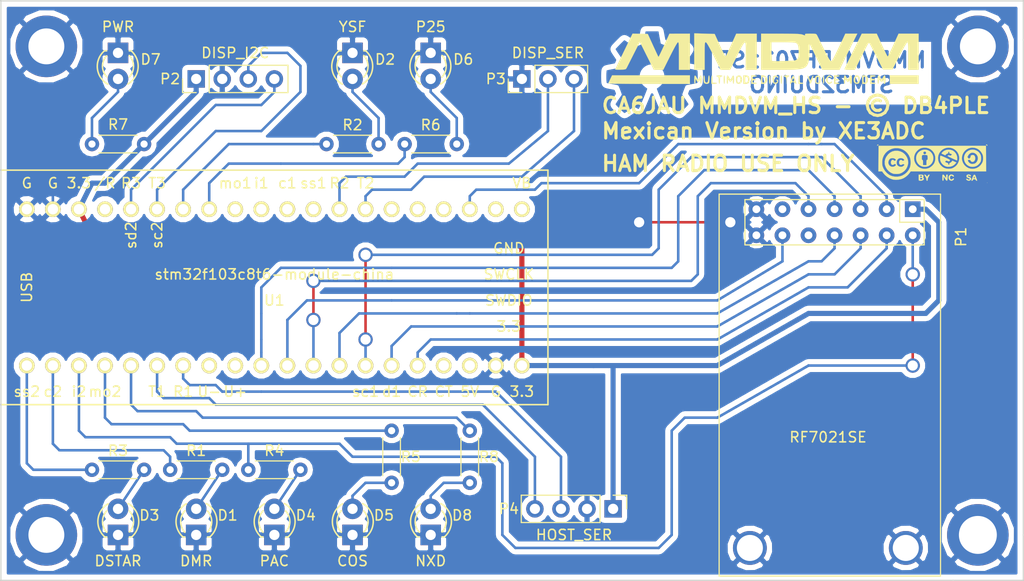
<source format=kicad_pcb>
(kicad_pcb (version 4) (host pcbnew 4.0.7)
  (layers (0 F.Cu signal) (31 B.Cu signal) (34 B.Paste user) (35 F.Paste user) (36 B.SilkS user) (37 F.SilkS user) (38 B.Mask user) (39 F.Mask user) (44 Edge.Cuts user))
  (net 0 "")
  (net 1 GND)
  (net 2 SLE)
  (net 3 CE)
  (net 4 SREAD)
  (net 5 SDATA)
  (net 6 SCLK)
  (net 7 DATAOUT)
  (net 8 DATAIN)
  (net 9 CLKOUT)
  (net 10 PAC)
  (net 11 LEDDSTAR)
  (net 12 LEDDMR)
  (net 13 LED_COS)
  (net 14 LEDP25)
  (net 15 LEDYSF)
  (net 16 "Net-(D1-Pad2)")
  (net 17 "Net-(D2-Pad2)")
  (net 18 "Net-(D3-Pad2)")
  (net 19 "Net-(D4-Pad2)")
  (net 20 "Net-(D5-Pad2)")
  (net 21 "Net-(D6-Pad2)")
  (net 22 "Net-(D7-Pad2)")
  (net 23 +3V3)
  (net 24 "Net-(P2-Pad3)")
  (net 25 "Net-(P2-Pad4)")
  (net 26 "Net-(P1-Pad10)")
  (net 27 "Net-(P1-Pad11)")
  (net 28 DISP_RX)
  (net 29 DISP_TX)
  (net 30 HOST_RX)
  (net 31 HOST_TX)
  (net 32 "Net-(U1-Pad8)")
  (net 33 "Net-(U1-Pad9)")
  (net 34 "Net-(U1-Pad17)")
  (net 35 "Net-(U1-Pad18)")
  (net 36 "Net-(U1-Pad21)")
  (net 37 "Net-(U1-Pad24)")
  (net 38 "Net-(U1-Pad25)")
  (net 39 "Net-(U1-Pad26)")
  (net 40 "Net-(U1-Pad29)")
  (net 41 "Net-(U1-Pad30)")
  (net 42 "Net-(U1-Pad31)")
  (net 43 "Net-(U1-Pad32)")
  (net 44 "Net-(U1-Pad37)")
  (net 45 "Net-(U1-Pad22)")
  (net 46 "Net-(D8-Pad2)")
  (net 47 LEDNXD)
  (module myelin-kicad:stm32f103c8t6-module-china (layer F.Cu) (at 120.65 59.69)
    (fp_text reference U1 (at 0 1.27) (layer F.SilkS))
    (fp_text value stm32f103c8t6-module-china (at 0 -1.27) (layer F.SilkS))
    (fp_text user sc2 (at -11.43 -5.08 90) (layer F.SilkS))
    (fp_text user sd2 (at -13.97 -5.08 90) (layer F.SilkS))
    (fp_text user mo2 (at -16.51 10.16) (layer F.SilkS))
    (fp_text user i2 (at -19.05 10.16) (layer F.SilkS))
    (fp_text user c2 (at -21.59 10.16) (layer F.SilkS))
    (fp_text user ss2 (at -24.13 10.16) (layer F.SilkS))
    (fp_text user d1 (at 11.43 10.16) (layer F.SilkS))
    (fp_text user sc1 (at 8.89 10.16) (layer F.SilkS))
    (fp_text user T2 (at 8.89 -10.16) (layer F.SilkS))
    (fp_text user R2 (at 6.35 -10.16) (layer F.SilkS))
    (fp_text user ss1 (at 3.81 -10.16) (layer F.SilkS))
    (fp_text user c1 (at 1.27 -10.16) (layer F.SilkS))
    (fp_text user i1 (at -1.27 -10.16) (layer F.SilkS))
    (fp_text user mo1 (at -3.81 -10.16) (layer F.SilkS))
    (fp_text user T3 (at -11.43 -10.16) (layer F.SilkS))
    (fp_text user R3 (at -13.97 -10.16) (layer F.SilkS))
    (fp_text user CT (at 16.51 10.16) (layer F.SilkS))
    (fp_text user CR (at 13.97 10.16) (layer F.SilkS))
    (fp_text user U+ (at -3.81 10.16) (layer F.SilkS))
    (fp_text user U- (at -6.35 10.16) (layer F.SilkS))
    (fp_text user R1 (at -8.89 10.16) (layer F.SilkS))
    (fp_text user T1 (at -11.43 10.16) (layer F.SilkS))
    (fp_text user 3.3 (at 22.86 3.81) (layer F.SilkS))
    (fp_text user SWDIO (at 22.86 1.27) (layer F.SilkS))
    (fp_text user SWCLK (at 22.86 -1.27) (layer F.SilkS))
    (fp_text user GND (at 22.86 -3.81) (layer F.SilkS))
    (fp_text user 3.3 (at 24.13 10.16) (layer F.SilkS))
    (fp_text user G (at 21.59 10.16) (layer F.SilkS))
    (fp_text user /R (at -16.51 -10.16) (layer F.SilkS))
    (fp_text user 3.3 (at -19.05 -10.16) (layer F.SilkS))
    (fp_text user G (at -21.59 -10.16) (layer F.SilkS))
    (fp_text user G (at -24.13 -10.16) (layer F.SilkS))
    (fp_text user VB (at 24.13 -10.16) (layer F.SilkS))
    (fp_text user 5V (at 19.05 10.16) (layer F.SilkS))
    (fp_text user USB (at -24.13 0 90) (layer F.SilkS))
    (pad 1 thru_hole circle (at -24.13 7.62) (size 1.524 1.524) (drill 1.016) (layers *.Cu *.Mask F.SilkS) (net 11 LEDDSTAR))
    (pad 2 thru_hole circle (at -21.59 7.62) (size 1.524 1.524) (drill 1.016) (layers *.Cu *.Mask F.SilkS) (net 12 LEDDMR))
    (pad 3 thru_hole circle (at -19.05 7.62) (size 1.524 1.524) (drill 1.016) (layers *.Cu *.Mask F.SilkS) (net 10 PAC))
    (pad 4 thru_hole circle (at -16.51 7.62) (size 1.524 1.524) (drill 1.016) (layers *.Cu *.Mask F.SilkS) (net 13 LED_COS))
    (pad 5 thru_hole circle (at -13.97 7.62) (size 1.524 1.524) (drill 1.016) (layers *.Cu *.Mask F.SilkS) (net 47 LEDNXD))
    (pad 6 thru_hole circle (at -11.43 7.62) (size 1.524 1.524) (drill 1.016) (layers *.Cu *.Mask F.SilkS) (net 31 HOST_TX))
    (pad 7 thru_hole circle (at -8.89 7.62) (size 1.524 1.524) (drill 1.016) (layers *.Cu *.Mask F.SilkS) (net 30 HOST_RX))
    (pad 8 thru_hole circle (at -6.35 7.62) (size 1.524 1.524) (drill 1.016) (layers *.Cu *.Mask F.SilkS) (net 32 "Net-(U1-Pad8)"))
    (pad 9 thru_hole circle (at -3.81 7.62) (size 1.524 1.524) (drill 1.016) (layers *.Cu *.Mask F.SilkS) (net 33 "Net-(U1-Pad9)"))
    (pad 10 thru_hole circle (at -1.27 7.62) (size 1.524 1.524) (drill 1.016) (layers *.Cu *.Mask F.SilkS) (net 9 CLKOUT))
    (pad 11 thru_hole circle (at 1.27 7.62) (size 1.524 1.524) (drill 1.016) (layers *.Cu *.Mask F.SilkS) (net 8 DATAIN))
    (pad 12 thru_hole circle (at 3.81 7.62) (size 1.524 1.524) (drill 1.016) (layers *.Cu *.Mask F.SilkS) (net 7 DATAOUT))
    (pad 13 thru_hole circle (at 6.35 7.62) (size 1.524 1.524) (drill 1.016) (layers *.Cu *.Mask F.SilkS) (net 6 SCLK))
    (pad 14 thru_hole circle (at 8.89 7.62) (size 1.524 1.524) (drill 1.016) (layers *.Cu *.Mask F.SilkS) (net 5 SDATA))
    (pad 15 thru_hole circle (at 11.43 7.62) (size 1.524 1.524) (drill 1.016) (layers *.Cu *.Mask F.SilkS) (net 4 SREAD))
    (pad 16 thru_hole circle (at 13.97 7.62) (size 1.524 1.524) (drill 1.016) (layers *.Cu *.Mask F.SilkS) (net 2 SLE))
    (pad 17 thru_hole circle (at 16.51 7.62) (size 1.524 1.524) (drill 1.016) (layers *.Cu *.Mask F.SilkS) (net 34 "Net-(U1-Pad17)"))
    (pad 18 thru_hole circle (at 19.05 7.62) (size 1.524 1.524) (drill 1.016) (layers *.Cu *.Mask F.SilkS) (net 35 "Net-(U1-Pad18)"))
    (pad 19 thru_hole circle (at 21.59 7.62) (size 1.524 1.524) (drill 1.016) (layers *.Cu *.Mask F.SilkS) (net 1 GND))
    (pad 20 thru_hole circle (at 24.13 7.62) (size 1.524 1.524) (drill 1.016) (layers *.Cu *.Mask F.SilkS) (net 23 +3V3))
    (pad 21 thru_hole circle (at 24.13 -7.62) (size 1.524 1.524) (drill 1.016) (layers *.Cu *.Mask F.SilkS) (net 36 "Net-(U1-Pad21)"))
    (pad 22 thru_hole circle (at 21.59 -7.62) (size 1.524 1.524) (drill 1.016) (layers *.Cu *.Mask F.SilkS) (net 45 "Net-(U1-Pad22)"))
    (pad 23 thru_hole circle (at 19.05 -7.62) (size 1.524 1.524) (drill 1.016) (layers *.Cu *.Mask F.SilkS) (net 3 CE))
    (pad 24 thru_hole circle (at 16.51 -7.62) (size 1.524 1.524) (drill 1.016) (layers *.Cu *.Mask F.SilkS) (net 37 "Net-(U1-Pad24)"))
    (pad 25 thru_hole circle (at 13.97 -7.62) (size 1.524 1.524) (drill 1.016) (layers *.Cu *.Mask F.SilkS) (net 38 "Net-(U1-Pad25)"))
    (pad 26 thru_hole circle (at 11.43 -7.62) (size 1.524 1.524) (drill 1.016) (layers *.Cu *.Mask F.SilkS) (net 39 "Net-(U1-Pad26)"))
    (pad 27 thru_hole circle (at 8.89 -7.62) (size 1.524 1.524) (drill 1.016) (layers *.Cu *.Mask F.SilkS) (net 29 DISP_TX))
    (pad 28 thru_hole circle (at 6.35 -7.62) (size 1.524 1.524) (drill 1.016) (layers *.Cu *.Mask F.SilkS) (net 28 DISP_RX))
    (pad 29 thru_hole circle (at 3.81 -7.62) (size 1.524 1.524) (drill 1.016) (layers *.Cu *.Mask F.SilkS) (net 40 "Net-(U1-Pad29)"))
    (pad 30 thru_hole circle (at 1.27 -7.62) (size 1.524 1.524) (drill 1.016) (layers *.Cu *.Mask F.SilkS) (net 41 "Net-(U1-Pad30)"))
    (pad 31 thru_hole circle (at -1.27 -7.62) (size 1.524 1.524) (drill 1.016) (layers *.Cu *.Mask F.SilkS) (net 42 "Net-(U1-Pad31)"))
    (pad 32 thru_hole circle (at -3.81 -7.62) (size 1.524 1.524) (drill 1.016) (layers *.Cu *.Mask F.SilkS) (net 43 "Net-(U1-Pad32)"))
    (pad 33 thru_hole circle (at -6.35 -7.62) (size 1.524 1.524) (drill 1.016) (layers *.Cu *.Mask F.SilkS) (net 14 LEDP25))
    (pad 34 thru_hole circle (at -8.89 -7.62) (size 1.524 1.524) (drill 1.016) (layers *.Cu *.Mask F.SilkS) (net 15 LEDYSF))
    (pad 35 thru_hole circle (at -11.43 -7.62) (size 1.524 1.524) (drill 1.016) (layers *.Cu *.Mask F.SilkS) (net 24 "Net-(P2-Pad3)"))
    (pad 36 thru_hole circle (at -13.97 -7.62) (size 1.524 1.524) (drill 1.016) (layers *.Cu *.Mask F.SilkS) (net 25 "Net-(P2-Pad4)"))
    (pad 37 thru_hole circle (at -16.51 -7.62) (size 1.524 1.524) (drill 1.016) (layers *.Cu *.Mask F.SilkS) (net 44 "Net-(U1-Pad37)"))
    (pad 38 thru_hole circle (at -19.05 -7.62) (size 1.524 1.524) (drill 1.016) (layers *.Cu *.Mask F.SilkS) (net 23 +3V3))
    (pad 39 thru_hole circle (at -21.59 -7.62) (size 1.524 1.524) (drill 1.016) (layers *.Cu *.Mask F.SilkS) (net 1 GND))
    (pad 40 thru_hole circle (at -24.13 -7.62) (size 1.524 1.524) (drill 1.016) (layers *.Cu *.Mask F.SilkS) (net 1 GND))
  )
  (module Symbols:OSHW-Symbol_8.9x8mm_Copper (layer B.Cu) (at 157.48 38.735 180)
    (fp_text reference "" hide)
    (fp_text value "" hide)
    (fp_poly (pts (xy 0.746536 3.399573) (xy 0.859118 2.802382) (xy 1.274531 2.631135) (xy 1.689945 2.459888) (xy 2.188302 2.798767) (xy 2.327869 2.893123) (xy 2.454029 2.97737) (xy 2.560896 3.047662) (xy 2.642583 3.100153) (xy 2.693202 3.130996) (xy 2.706987 3.137647) (xy 2.731821 3.120542) (xy 2.784889 3.073256) (xy 2.860241 3.001828) (xy 2.95193 2.9123) (xy 3.054008 2.810711) (xy 3.160527 2.703102) (xy 3.265537 2.595513) (xy 3.363092 2.493985) (xy 3.447243 2.404559) (xy 3.512041 2.333274) (xy 3.551538 2.286172) (xy 3.560981 2.270408) (xy 3.547392 2.241347) (xy 3.509294 2.177679) (xy 3.450694 2.085633) (xy 3.375598 1.971436) (xy 3.288009 1.841316) (xy 3.237255 1.767099) (xy 3.144746 1.631578) (xy 3.062541 1.509284) (xy 2.994631 1.406305) (xy 2.945001 1.328727) (xy 2.917641 1.282639) (xy 2.91353 1.272953) (xy 2.92285 1.245426) (xy 2.948255 1.181272) (xy 2.985912 1.08951) (xy 3.031987 0.979161) (xy 3.082647 0.859245) (xy 3.13406 0.738781) (xy 3.18239 0.626791) (xy 3.223807 0.532293) (xy 3.254475 0.464308) (xy 3.270562 0.431857) (xy 3.271512 0.43058) (xy 3.296773 0.424383) (xy 3.364046 0.41056) (xy 3.466361 0.390468) (xy 3.596742 0.365466) (xy 3.748217 0.336914) (xy 3.836594 0.320449) (xy 3.998453 0.289631) (xy 4.14465 0.260306) (xy 4.267788 0.234079) (xy 4.36047 0.212554) (xy 4.415302 0.197335) (xy 4.426324 0.192507) (xy 4.437119 0.159826) (xy 4.44583 0.086015) (xy 4.452461 -0.020292) (xy 4.457019 -0.150467) (xy 4.45951 -0.295876) (xy 4.459939 -0.44789) (xy 4.458312 -0.597877) (xy 4.454636 -0.737206) (xy 4.448916 -0.857245) (xy 4.441158 -0.949365) (xy 4.431369 -1.004932) (xy 4.425497 -1.0165) (xy 4.3904 -1.030365) (xy 4.316029 -1.050188) (xy 4.212224 -1.073639) (xy 4.08882 -1.098391) (xy 4.045742 -1.106398) (xy 3.838048 -1.144441) (xy 3.673985 -1.175079) (xy 3.548131 -1.199529) (xy 3.455066 -1.219009) (xy 3.389368 -1.234736) (xy 3.345618 -1.247928) (xy 3.318393 -1.259804) (xy 3.302273 -1.27158) (xy 3.300018 -1.273908) (xy 3.277504 -1.3114) (xy 3.243159 -1.384365) (xy 3.200412 -1.483867) (xy 3.152693 -1.600973) (xy 3.103431 -1.726748) (xy 3.056056 -1.852257) (xy 3.013996 -1.968565) (xy 2.980681 -2.066739) (xy 2.959542 -2.137843) (xy 2.954006 -2.172942) (xy 2.954467 -2.174172) (xy 2.973224 -2.202861) (xy 3.015777 -2.265985) (xy 3.077654 -2.356973) (xy 3.154383 -2.469255) (xy 3.241492 -2.59626) (xy 3.266299 -2.632353) (xy 3.354753 -2.763203) (xy 3.432589 -2.882591) (xy 3.495567 -2.983662) (xy 3.539446 -3.059559) (xy 3.559986 -3.103427) (xy 3.560981 -3.108817) (xy 3.543723 -3.137144) (xy 3.496036 -3.193261) (xy 3.424051 -3.271137) (xy 3.333898 -3.36474) (xy 3.231706 -3.468041) (xy 3.123606 -3.575006) (xy 3.015729 -3.679606) (xy 2.914205 -3.775809) (xy 2.825163 -3.857584) (xy 2.754734 -3.9189) (xy 2.709048 -3.953726) (xy 2.69641 -3.959412) (xy 2.666992 -3.94602) (xy 2.606762 -3.909899) (xy 2.52553 -3.857136) (xy 2.463031 -3.814667) (xy 2.349786 -3.73674) (xy 2.215675 -3.644984) (xy 2.081156 -3.553375) (xy 2.008834 -3.504346) (xy 1.764039 -3.33877) (xy 1.558551 -3.449875) (xy 1.464937 -3.498548) (xy 1.385331 -3.536381) (xy 1.331468 -3.557958) (xy 1.317758 -3.560961) (xy 1.301271 -3.538793) (xy 1.268746 -3.476149) (xy 1.222609 -3.378809) (xy 1.165291 -3.252549) (xy 1.099217 -3.10315) (xy 1.026816 -2.936388) (xy 0.950517 -2.758042) (xy 0.872747 -2.573891) (xy 0.795935 -2.389712) (xy 0.722507 -2.211285) (xy 0.654893 -2.044387) (xy 0.595521 -1.894797) (xy 0.546817 -1.768293) (xy 0.511211 -1.670654) (xy 0.491131 -1.607657) (xy 0.487901 -1.586021) (xy 0.513497 -1.558424) (xy 0.569539 -1.513625) (xy 0.644312 -1.460934) (xy 0.650588 -1.456765) (xy 0.843846 -1.302069) (xy 0.999675 -1.121591) (xy 1.116725 -0.921102) (xy 1.193646 -0.706374) (xy 1.229087 -0.483177) (xy 1.221698 -0.257281) (xy 1.170128 -0.034459) (xy 1.073027 0.179521) (xy 1.044459 0.226336) (xy 0.895869 0.415382) (xy 0.720328 0.567188) (xy 0.523911 0.680966) (xy 0.312694 0.755925) (xy 0.092754 0.791278) (xy -0.129836 0.786233) (xy -0.348998 0.740001) (xy -0.558657 0.651794) (xy -0.752738 0.520821) (xy -0.812773 0.467663) (xy -0.965564 0.301261) (xy -1.076902 0.126088) (xy -1.153276 -0.070266) (xy -1.195812 -0.264717) (xy -1.206313 -0.483342) (xy -1.171299 -0.703052) (xy -1.094326 -0.91642) (xy -0.978952 -1.116022) (xy -0.828734 -1.294429) (xy -0.647226 -1.444217) (xy -0.623372 -1.460006) (xy -0.547798 -1.511712) (xy -0.490348 -1.556512) (xy -0.462882 -1.585117) (xy -0.462482 -1.586021) (xy -0.468379 -1.616964) (xy -0.491754 -1.687191) (xy -0.530178 -1.790925) (xy -0.581222 -1.92239) (xy -0.642457 -2.075807) (xy -0.711455 -2.245401) (xy -0.785786 -2.425393) (xy -0.863021 -2.610008) (xy -0.940731 -2.793468) (xy -1.016488 -2.969996) (xy -1.087862 -3.133814) (xy -1.152425 -3.279147) (xy -1.207747 -3.400217) (xy -1.251399 -3.491247) (xy -1.280953 -3.54646) (xy -1.292855 -3.560961) (xy -1.329222 -3.549669) (xy -1.397269 -3.519385) (xy -1.485263 -3.47552) (xy -1.533649 -3.449875) (xy -1.739136 -3.33877) (xy -1.983931 -3.504346) (xy -2.108893 -3.58917) (xy -2.245704 -3.682516) (xy -2.373911 -3.770408) (xy -2.438128 -3.814667) (xy -2.528448 -3.875318) (xy -2.604928 -3.923381) (xy -2.657592 -3.95277) (xy -2.674697 -3.958982) (xy -2.699594 -3.942223) (xy -2.754694 -3.895436) (xy -2.834656 -3.82348) (xy -2.934139 -3.731212) (xy -3.047799 -3.62349) (xy -3.119684 -3.554326) (xy -3.245448 -3.430757) (xy -3.354136 -3.320234) (xy -3.441354 -3.227485) (xy -3.50271 -3.157237) (xy -3.533808 -3.11422) (xy -3.536791 -3.10549) (xy -3.522946 -3.072284) (xy -3.484687 -3.005142) (xy -3.426258 -2.910863) (xy -3.351902 -2.796245) (xy -3.265864 -2.668083) (xy -3.241397 -2.632353) (xy -3.152245 -2.502489) (xy -3.072261 -2.385569) (xy -3.005919 -2.288162) (xy -2.957688 -2.216839) (xy -2.932042 -2.17817) (xy -2.929564 -2.174172) (xy -2.93327 -2.143355) (xy -2.952938 -2.075599) (xy -2.985139 -1.979839) (xy -3.026444 -1.865009) (xy -3.073424 -1.740044) (xy -3.12265 -1.613879) (xy -3.170691 -1.495448) (xy -3.214118 -1.393685) (xy -3.249503 -1.317526) (xy -3.273415 -1.275904) (xy -3.275115 -1.273908) (xy -3.289737 -1.262013) (xy -3.314434 -1.25025) (xy -3.354627 -1.237401) (xy -3.415736 -1.222249) (xy -3.503182 -1.203576) (xy -3.622387 -1.180165) (xy -3.778772 -1.150797) (xy -3.977756 -1.114255) (xy -4.020839 -1.106398) (xy -4.148529 -1.081727) (xy -4.259846 -1.057593) (xy -4.344954 -1.036324) (xy -4.394016 -1.020248) (xy -4.400594 -1.0165) (xy -4.411435 -0.983273) (xy -4.420246 -0.909021) (xy -4.427023 -0.802376) (xy -4.431759 -0.671967) (xy -4.434449 -0.526427) (xy -4.435086 -0.374386) (xy -4.433665 -0.224476) (xy -4.430179 -0.085328) (xy -4.424623 0.034428) (xy -4.416991 0.126159) (xy -4.407277 0.181234) (xy -4.401421 0.192507) (xy -4.368819 0.203877) (xy -4.294581 0.222376) (xy -4.186103 0.246398) (xy -4.050782 0.274338) (xy -3.896014 0.304592) (xy -3.811692 0.320449) (xy -3.651703 0.350356) (xy -3.509032 0.37745) (xy -3.390651 0.400369) (xy -3.303534 0.417757) (xy -3.254654 0.428253) (xy -3.246609 0.43058) (xy -3.233012 0.456814) (xy -3.20427 0.520005) (xy -3.164214 0.611123) (xy -3.116675 0.721143) (xy -3.065484 0.841035) (xy -3.014473 0.961773) (xy -2.967473 1.074329) (xy -2.928315 1.169674) (xy -2.90083 1.238783) (xy -2.88885 1.272626) (xy -2.888627 1.274105) (xy -2.902208 1.300803) (xy -2.940284 1.36224) (xy -2.998852 1.452311) (xy -3.073911 1.56491) (xy -3.161459 1.69393) (xy -3.212352 1.768039) (xy -3.30509 1.903923) (xy -3.387458 2.027291) (xy -3.455438 2.131903) (xy -3.505011 2.211517) (xy -3.532157 2.259893) (xy -3.536078 2.270738) (xy -3.519224 2.29598) (xy -3.472631 2.349876) (xy -3.402251 2.426387) (xy -3.314034 2.519477) (xy -3.213934 2.623105) (xy -3.107901 2.731236) (xy -3.001888 2.83783) (xy -2.901847 2.93685) (xy -2.813729 3.022258) (xy -2.743486 3.088015) (xy -2.697071 3.128084) (xy -2.681543 3.137647) (xy -2.65626 3.1242) (xy -2.595788 3.086425) (xy -2.506007 3.028165) (xy -2.392796 2.953266) (xy -2.262036 2.865575) (xy -2.1634 2.798767) (xy -1.665042 2.459888) (xy -1.249629 2.631135) (xy -0.834215 2.802382) (xy -0.721633 3.399573) (xy -0.60905 3.996765) (xy 0.633953 3.996765) (xy 0.746536 3.399573)) (layer B.Cu) (width 0.01))
  )
  (module LEDs:LED-3MM (layer F.Cu) (at 135.89 36.83 270)
    (fp_text reference D6 (at 0.635 -3.175 360) (layer F.SilkS))
    (fp_text value P25 (at -2.54 0 360) (layer F.SilkS))
    (pad 1 thru_hole rect (at 0 0) (size 2 2) (drill 1.00076) (layers *.Cu *.Mask) (net 1 GND))
    (pad 2 thru_hole circle (at 2.54 0 270) (size 2 2) (drill 1.00076) (layers *.Cu *.Mask) (net 21 "Net-(D6-Pad2)"))
  )
  (module LEDs:LED-3MM (layer F.Cu) (at 128.27 36.83 270)
    (fp_text reference D2 (at 0.635 -3.175 360) (layer F.SilkS))
    (fp_text value YSF (at -2.54 0 360) (layer F.SilkS))
    (pad 1 thru_hole rect (at 0 0) (size 2 2) (drill 1.00076) (layers *.Cu *.Mask) (net 1 GND))
    (pad 2 thru_hole circle (at 2.54 0 270) (size 2 2) (drill 1.00076) (layers *.Cu *.Mask) (net 17 "Net-(D2-Pad2)"))
  )
  (module LEDs:LED-3MM (layer F.Cu) (at 105.41 36.83 270)
    (fp_text reference D7 (at 0.635 -3.175 360) (layer F.SilkS))
    (fp_text value PWR (at -2.54 0 360) (layer F.SilkS))
    (pad 1 thru_hole rect (at 0 0) (size 2 2) (drill 1.00076) (layers *.Cu *.Mask) (net 1 GND))
    (pad 2 thru_hole circle (at 2.54 0 270) (size 2 2) (drill 1.00076) (layers *.Cu *.Mask) (net 22 "Net-(D7-Pad2)"))
  )
  (module LEDs:LED-3MM (layer F.Cu) (at 128.27 83.82 90)
    (fp_text reference D5 (at 1.91 3.06 180) (layer F.SilkS))
    (fp_text value COS (at -2.54 0 180) (layer F.SilkS))
    (pad 1 thru_hole rect (at 0 0 180) (size 2 2) (drill 1.00076) (layers *.Cu *.Mask) (net 1 GND))
    (pad 2 thru_hole circle (at 2.54 0 90) (size 2 2) (drill 1.00076) (layers *.Cu *.Mask) (net 20 "Net-(D5-Pad2)"))
  )
  (module LEDs:LED-3MM (layer F.Cu) (at 120.65 83.82 90)
    (fp_text reference D4 (at 1.91 3.06 180) (layer F.SilkS))
    (fp_text value PAC (at -2.54 0 180) (layer F.SilkS))
    (pad 1 thru_hole rect (at 0 0 180) (size 2 2) (drill 1.00076) (layers *.Cu *.Mask) (net 1 GND))
    (pad 2 thru_hole circle (at 2.54 0 90) (size 2 2) (drill 1.00076) (layers *.Cu *.Mask) (net 19 "Net-(D4-Pad2)"))
  )
  (module LEDs:LED-3MM (layer F.Cu) (at 113.03 83.82 90)
    (fp_text reference D1 (at 1.91 3.06 180) (layer F.SilkS))
    (fp_text value DMR (at -2.54 0 180) (layer F.SilkS))
    (pad 1 thru_hole rect (at 0 0 180) (size 2 2) (drill 1.00076) (layers *.Cu *.Mask) (net 1 GND))
    (pad 2 thru_hole circle (at 2.54 0 90) (size 2 2) (drill 1.00076) (layers *.Cu *.Mask) (net 16 "Net-(D1-Pad2)"))
  )
  (module LEDs:LED-3MM (layer F.Cu) (at 105.41 83.82 90)
    (fp_text reference D3 (at 1.91 3.06 180) (layer F.SilkS))
    (fp_text value DSTAR (at -2.54 0 180) (layer F.SilkS))
    (pad 1 thru_hole rect (at 0 0 180) (size 2 2) (drill 1.00076) (layers *.Cu *.Mask) (net 1 GND))
    (pad 2 thru_hole circle (at 2.54 0 90) (size 2 2) (drill 1.00076) (layers *.Cu *.Mask) (net 18 "Net-(D3-Pad2)"))
  )
  (module Resistors_THT:R_Axial_DIN0204_L3.6mm_D1.6mm_P5.08mm_Horizontal (layer F.Cu) (at 132.08 73.66 270)
    (fp_text reference R5 (at 2.54 -1.86 360) (layer F.SilkS))
    (fp_text value 1K5)
    (pad 1 thru_hole circle (at 0 0 270) (size 1.4 1.4) (drill 0.7) (layers *.Cu *.Mask) (net 13 LED_COS))
    (pad 2 thru_hole oval (at 5.08 0 270) (size 1.4 1.4) (drill 0.7) (layers *.Cu *.Mask) (net 20 "Net-(D5-Pad2)"))
  )
  (module Resistors_THT:R_Axial_DIN0204_L3.6mm_D1.6mm_P5.08mm_Horizontal (layer F.Cu) (at 102.87 77.47)
    (fp_text reference R3 (at 2.54 -1.86) (layer F.SilkS))
    (fp_text value 1K5)
    (pad 1 thru_hole circle (at 0 0) (size 1.4 1.4) (drill 0.7) (layers *.Cu *.Mask) (net 11 LEDDSTAR))
    (pad 2 thru_hole oval (at 5.08 0) (size 1.4 1.4) (drill 0.7) (layers *.Cu *.Mask) (net 18 "Net-(D3-Pad2)"))
  )
  (module Resistors_THT:R_Axial_DIN0204_L3.6mm_D1.6mm_P5.08mm_Horizontal (layer F.Cu) (at 110.49 77.47)
    (fp_text reference R1 (at 2.54 -1.86) (layer F.SilkS))
    (fp_text value 1K5)
    (pad 1 thru_hole circle (at 0 0) (size 1.4 1.4) (drill 0.7) (layers *.Cu *.Mask) (net 12 LEDDMR))
    (pad 2 thru_hole oval (at 5.08 0) (size 1.4 1.4) (drill 0.7) (layers *.Cu *.Mask) (net 16 "Net-(D1-Pad2)"))
  )
  (module Resistors_THT:R_Axial_DIN0204_L3.6mm_D1.6mm_P5.08mm_Horizontal (layer F.Cu) (at 118.11 77.47)
    (fp_text reference R4 (at 2.54 -1.86) (layer F.SilkS))
    (fp_text value 1K5)
    (pad 1 thru_hole circle (at 0 0) (size 1.4 1.4) (drill 0.7) (layers *.Cu *.Mask) (net 10 PAC))
    (pad 2 thru_hole oval (at 5.08 0) (size 1.4 1.4) (drill 0.7) (layers *.Cu *.Mask) (net 19 "Net-(D4-Pad2)"))
  )
  (module Resistors_THT:R_Axial_DIN0204_L3.6mm_D1.6mm_P5.08mm_Horizontal (layer F.Cu) (at 107.95 45.72 180)
    (fp_text reference R7 (at 2.54 1.905 180) (layer F.SilkS))
    (fp_text value 1K5)
    (pad 1 thru_hole circle (at 0 0 180) (size 1.4 1.4) (drill 0.7) (layers *.Cu *.Mask) (net 23 +3V3))
    (pad 2 thru_hole oval (at 5.08 0 180) (size 1.4 1.4) (drill 0.7) (layers *.Cu *.Mask) (net 22 "Net-(D7-Pad2)"))
  )
  (module Resistors_THT:R_Axial_DIN0204_L3.6mm_D1.6mm_P5.08mm_Horizontal (layer F.Cu) (at 125.73 45.72)
    (fp_text reference R2 (at 2.54 -1.86) (layer F.SilkS))
    (fp_text value 1K5)
    (pad 1 thru_hole circle (at 0 0) (size 1.4 1.4) (drill 0.7) (layers *.Cu *.Mask) (net 15 LEDYSF))
    (pad 2 thru_hole oval (at 5.08 0) (size 1.4 1.4) (drill 0.7) (layers *.Cu *.Mask) (net 17 "Net-(D2-Pad2)"))
  )
  (module Resistors_THT:R_Axial_DIN0204_L3.6mm_D1.6mm_P5.08mm_Horizontal (layer F.Cu) (at 133.35 45.72)
    (fp_text reference R6 (at 2.54 -1.86) (layer F.SilkS))
    (fp_text value 1K5)
    (pad 1 thru_hole circle (at 0 0) (size 1.4 1.4) (drill 0.7) (layers *.Cu *.Mask) (net 14 LEDP25))
    (pad 2 thru_hole oval (at 5.08 0) (size 1.4 1.4) (drill 0.7) (layers *.Cu *.Mask) (net 21 "Net-(D6-Pad2)"))
  )
  (module LEDs:LED-3MM (layer F.Cu) (at 135.89 83.82 90)
    (fp_text reference D8 (at 1.91 3.06 180) (layer F.SilkS))
    (fp_text value NXD (at -2.54 0 180) (layer F.SilkS))
    (pad 1 thru_hole rect (at 0 0 180) (size 2 2) (drill 1.00076) (layers *.Cu *.Mask) (net 1 GND))
    (pad 2 thru_hole circle (at 2.54 0 90) (size 2 2) (drill 1.00076) (layers *.Cu *.Mask) (net 46 "Net-(D8-Pad2)"))
  )
  (module Resistors_THT:R_Axial_DIN0204_L3.6mm_D1.6mm_P5.08mm_Horizontal (layer F.Cu) (at 139.7 73.66 270)
    (fp_text reference R8 (at 2.54 -1.86 360) (layer F.SilkS))
    (fp_text value 1K5)
    (pad 1 thru_hole circle (at 0 0 270) (size 1.4 1.4) (drill 0.7) (layers *.Cu *.Mask) (net 47 LEDNXD))
    (pad 2 thru_hole oval (at 5.08 0 270) (size 1.4 1.4) (drill 0.7) (layers *.Cu *.Mask) (net 46 "Net-(D8-Pad2)"))
  )
  (module RF_Modules:RF7021SE_Breakout (layer F.Cu) (at 182.88 52.07 270)
    (fp_text reference P1 (at 2.70256 -4.70688 270) (layer F.SilkS))
    (fp_text value RF7021SE (at 22.225 8.255 360) (layer F.SilkS))
    (pad 13 thru_hole circle (at 33.02 0.67564 270) (size 3.302 3.302) (drill 2.54) (layers *.Cu *.Mask) (net 1 GND))
    (pad 13 thru_hole circle (at 33.02 15.875 270) (size 3.302 3.302) (drill 2.54) (layers *.Cu *.Mask) (net 1 GND))
    (pad 1 thru_hole rect (at 0 0 270) (size 1.524 1.524) (drill 0.762) (layers *.Cu *.Mask) (net 23 +3V3))
    (pad 2 thru_hole circle (at 2.54 0 270) (size 1.524 1.524) (drill 0.762) (layers *.Cu *.Mask) (net 10 PAC))
    (pad 3 thru_hole circle (at 0 2.54 270) (size 1.524 1.524) (drill 0.762) (layers *.Cu *.Mask) (net 3 CE))
    (pad 4 thru_hole circle (at 2.54 2.54 270) (size 1.524 1.524) (drill 0.762) (layers *.Cu *.Mask) (net 2 SLE))
    (pad 5 thru_hole circle (at 0 5.08 270) (size 1.524 1.524) (drill 0.762) (layers *.Cu *.Mask) (net 5 SDATA))
    (pad 6 thru_hole circle (at 2.54 5.08 270) (size 1.524 1.524) (drill 0.762) (layers *.Cu *.Mask) (net 4 SREAD))
    (pad 7 thru_hole circle (at 0 7.62 270) (size 1.524 1.524) (drill 0.762) (layers *.Cu *.Mask) (net 9 CLKOUT))
    (pad 8 thru_hole circle (at 2.54 7.62 270) (size 1.524 1.524) (drill 0.762) (layers *.Cu *.Mask) (net 6 SCLK))
    (pad 9 thru_hole circle (at 0 10.16 270) (size 1.524 1.524) (drill 0.762) (layers *.Cu *.Mask) (net 7 DATAOUT))
    (pad 11 thru_hole circle (at 0 12.7 270) (size 1.524 1.524) (drill 0.762) (layers *.Cu *.Mask) (net 27 "Net-(P1-Pad11)"))
    (pad 13 thru_hole circle (at 0 15.24 270) (size 1.524 1.524) (drill 0.762) (layers *.Cu *.Mask) (net 1 GND))
    (pad 10 thru_hole circle (at 2.54 10.16 270) (size 1.524 1.524) (drill 0.762) (layers *.Cu *.Mask) (net 26 "Net-(P1-Pad10)"))
    (pad 12 thru_hole circle (at 2.54 12.7 270) (size 1.524 1.524) (drill 0.762) (layers *.Cu *.Mask) (net 8 DATAIN))
    (pad 14 thru_hole circle (at 2.54 15.24 270) (size 1.524 1.524) (drill 0.762) (layers *.Cu *.Mask) (net 1 GND))
  )
  (module Pin_Headers:Pin_Header_Straight_1x04_Pitch2.54mm (layer F.Cu) (at 113.03 39.37 90)
    (fp_text reference P2 (at 0 -2.54 180) (layer F.SilkS))
    (fp_text value DISP_I2C (at 2.54 3.81 180) (layer F.SilkS))
    (pad 1 thru_hole rect (at 0 0 90) (size 1.7 1.7) (drill 1) (layers *.Cu *.Mask) (net 23 +3V3))
    (pad 2 thru_hole oval (at 0 2.54 90) (size 1.7 1.7) (drill 1) (layers *.Cu *.Mask) (net 1 GND))
    (pad 3 thru_hole oval (at 0 5.08 90) (size 1.7 1.7) (drill 1) (layers *.Cu *.Mask) (net 24 "Net-(P2-Pad3)"))
    (pad 4 thru_hole oval (at 0 7.62 90) (size 1.7 1.7) (drill 1) (layers *.Cu *.Mask) (net 25 "Net-(P2-Pad4)"))
  )
  (module Pin_Headers:Pin_Header_Straight_1x03_Pitch2.54mm (layer F.Cu) (at 144.78 39.37 90)
    (fp_text reference P3 (at 0 -2.54 180) (layer F.SilkS))
    (fp_text value DISP_SER (at 2.54 2.54 180) (layer F.SilkS))
    (pad 1 thru_hole rect (at 0 0 90) (size 1.7 1.7) (drill 1) (layers *.Cu *.Mask) (net 1 GND))
    (pad 2 thru_hole oval (at 0 2.54 90) (size 1.7 1.7) (drill 1) (layers *.Cu *.Mask) (net 28 DISP_RX))
    (pad 3 thru_hole oval (at 0 5.08 90) (size 1.7 1.7) (drill 1) (layers *.Cu *.Mask) (net 29 DISP_TX))
  )
  (module Pin_Headers:Pin_Header_Straight_1x04_Pitch2.54mm (layer F.Cu) (at 153.67 81.28 270)
    (fp_text reference P4 (at 0 10.16 360) (layer F.SilkS))
    (fp_text value HOST_SER (at 2.54 3.81 360) (layer F.SilkS))
    (pad 1 thru_hole rect (at 0 0 270) (size 1.7 1.7) (drill 1) (layers *.Cu *.Mask) (net 23 +3V3))
    (pad 2 thru_hole oval (at 0 2.54 270) (size 1.7 1.7) (drill 1) (layers *.Cu *.Mask) (net 1 GND))
    (pad 3 thru_hole oval (at 0 5.08 270) (size 1.7 1.7) (drill 1) (layers *.Cu *.Mask) (net 30 HOST_RX))
    (pad 4 thru_hole oval (at 0 7.62 270) (size 1.7 1.7) (drill 1) (layers *.Cu *.Mask) (net 31 HOST_TX))
  )
  (module Mounting_Holes:MountingHole_3.5mm_Pad (layer F.Cu) (at 98.425 36.195)
    (fp_text reference MH1 hide)
    (fp_text value D=3.5mm hide)
    (pad 1 thru_hole circle (at 0 0) (size 5.99948 5.99948) (drill 3.5) (layers *.Cu *.Mask) (net 1 GND))
  )
  (module Mounting_Holes:MountingHole_3.5mm_Pad (layer F.Cu) (at 98.425 83.82)
    (fp_text reference MH3 hide)
    (fp_text value D=3.5mm hide)
    (pad 3 thru_hole circle (at 0 0) (size 5.99948 5.99948) (drill 3.5) (layers *.Cu *.Mask) (net 1 GND))
  )
  (module Mounting_Holes:MountingHole_3.5mm_Pad (layer F.Cu) (at 189.23 36.195)
    (fp_text reference MH2 hide)
    (fp_text value D=3.5mm hide)
    (pad 2 thru_hole circle (at 0 0) (size 5.99948 5.99948) (drill 3.5) (layers *.Cu *.Mask) (net 1 GND))
  )
  (module Mounting_Holes:MountingHole_3.7mm_Pad (layer F.Cu) (at 189.23 83.82)
    (fp_text reference MH4 hide)
    (fp_text value D=3.5mm hide)
    (pad 4 thru_hole circle (at 0 0) (size 5.99948 5.99948) (drill 3.7) (layers *.Cu *.Mask) (net 1 GND))
  )
  (module Graphic:MMDVM (layer F.Cu) (at 168.275 37.465)
    (fp_text reference G*** hide)
    (fp_text value LOGO hide)
  )
  (module Graphic:CC (layer F.Cu) (at 184.785 47.625)
    (fp_text reference G*** hide)
    (fp_text value LOGO hide)
  )
  (gr_text "HAM RADIO USE ONLY" (at 152.4 47.625) (layer F.SilkS) (effects (font (size 1.5 1.5) (thickness 0.3)) (justify left)))
  (gr_text "CA6JAU MMDVM_HS - © DB4PLE \n\n" (at 152.4 43.18) (layer F.SilkS) (effects (font (size 1.5 1.5) (thickness 0.3)) (justify left)))
  (gr_text "Mexican Version by XE3ADC" (at 152.4 44.45) (layer F.SilkS) (effects (font (size 1.5 1.5) (thickness 0.3)) (justify left)))
  (gr_line (start 193.675 88.265) (end 186.817 88.265) (angle 90) (layer Edge.Cuts) (width 0.15))
  (gr_line (start 93.98 31.75) (end 93.98 35.56) (angle 90) (layer Edge.Cuts) (width 0.15))
  (gr_line (start 100.33 31.75) (end 93.98 31.75) (angle 90) (layer Edge.Cuts) (width 0.15))
  (gr_line (start 93.98 88.265) (end 93.98 83.82) (angle 90) (layer Edge.Cuts) (width 0.15))
  (gr_line (start 100.457 88.265) (end 93.98 88.265) (angle 90) (layer Edge.Cuts) (width 0.15))
  (gr_line (start 193.675 83.82) (end 193.675 88.265) (angle 90) (layer Edge.Cuts) (width 0.15))
  (gr_line (start 193.675 31.75) (end 193.675 35.56) (angle 90) (layer Edge.Cuts) (width 0.15))
  (gr_line (start 187.96 31.75) (end 193.675 31.75) (angle 90) (layer Edge.Cuts) (width 0.15))
  (gr_line (start 186.69 31.75) (end 187.96 31.75) (angle 90) (layer Edge.Cuts) (width 0.15))
  (gr_text "MMDVM RF7021SE\nSTM32DUINO" (at 173.99 38.735) (layer B.Cu) (effects (font (size 1.5 1.5) (thickness 0.3)) (justify mirror)))
  (gr_line (start 193.675 83.82) (end 193.675 35.56) (angle 90) (layer Edge.Cuts) (width 0.15))
  (gr_line (start 100.457 88.265) (end 186.817 88.265) (angle 90) (layer Edge.Cuts) (width 0.15))
  (gr_line (start 93.98 35.56) (end 93.98 83.82) (angle 90) (layer Edge.Cuts) (width 0.15))
  (gr_line (start 186.69 31.75) (end 100.33 31.75) (angle 90) (layer Edge.Cuts) (width 0.15))
  (segment (start 105.41 44.45) (end 105.41 46.355) (width 0.25) (layer B.Cu) (net 1))
  (segment (start 115.57 39.37) (end 115.57 38.1) (width 0.25) (layer B.Cu) (net 1))
  (segment (start 114.3 36.83) (end 115.57 38.1) (width 0.25) (layer B.Cu) (net 1))
  (segment (start 113.03 36.83) (end 114.3 36.83) (width 0.25) (layer B.Cu) (net 1))
  (segment (start 111.76 36.83) (end 113.03 36.83) (width 0.25) (layer B.Cu) (net 1))
  (segment (start 105.41 43.18) (end 111.76 36.83) (width 0.25) (layer B.Cu) (net 1))
  (segment (start 105.41 44.45) (end 105.41 43.18) (width 0.25) (layer B.Cu) (net 1))
  (segment (start 99.06 48.895) (end 99.06 52.07) (width 0.25) (layer B.Cu) (net 1))
  (segment (start 100.33 47.625) (end 99.06 48.895) (width 0.25) (layer B.Cu) (net 1))
  (segment (start 104.14 47.625) (end 100.33 47.625) (width 0.25) (layer B.Cu) (net 1))
  (segment (start 105.41 46.355) (end 104.14 47.625) (width 0.25) (layer B.Cu) (net 1))
  (segment (start 142.24 67.31) (end 149.86 74.93) (width 0.25) (layer B.Cu) (net 1))
  (segment (start 149.86 74.93) (end 151.13 76.2) (width 0.25) (layer B.Cu) (net 1))
  (segment (start 165.1 53.34) (end 166.37 53.34) (width 0.25) (layer B.Cu) (net 1))
  (segment (start 166.37 53.34) (end 167.64 54.61) (width 0.25) (layer B.Cu) (net 1))
  (segment (start 166.37 53.34) (end 167.64 52.07) (width 0.25) (layer B.Cu) (net 1))
  (segment (start 151.13 76.2) (end 151.13 81.28) (width 0.25) (layer B.Cu) (net 1))
  (via (at 156.21 53.34) (size 1.4) (drill 1) (layers F.Cu B.Cu) (net 1))
  (segment (start 165.1 53.34) (end 156.21 53.34) (width 0.25) (layer F.Cu) (net 1))
  (via (at 165.1 53.34) (size 1.4) (drill 1) (layers F.Cu B.Cu) (net 1))
  (segment (start 172.72 59.69) (end 163.83 64.77) (width 0.25) (layer B.Cu) (net 2))
  (segment (start 180.34 55.88) (end 176.53 59.69) (width 0.25) (layer B.Cu) (net 2))
  (segment (start 176.53 59.69) (end 172.72 59.69) (width 0.25) (layer B.Cu) (net 2))
  (segment (start 180.34 54.61) (end 180.34 55.88) (width 0.25) (layer B.Cu) (net 2))
  (segment (start 180.34 54.61) (end 180.34 54.61) (width 0.25) (layer B.Cu) (net 2))
  (segment (start 135.89 64.77) (end 134.62 66.04) (width 0.25) (layer B.Cu) (net 2))
  (segment (start 134.62 66.04) (end 134.62 67.31) (width 0.25) (layer B.Cu) (net 2))
  (segment (start 163.83 64.77) (end 135.89 64.77) (width 0.25) (layer B.Cu) (net 2))
  (segment (start 139.7 52.07) (end 139.7 50.8) (width 0.25) (layer B.Cu) (net 3))
  (segment (start 180.34 50.8) (end 175.26 45.72) (width 0.25) (layer B.Cu) (net 3))
  (segment (start 175.26 45.72) (end 173.99 45.72) (width 0.25) (layer B.Cu) (net 3))
  (segment (start 173.99 45.72) (end 172.72 45.72) (width 0.25) (layer B.Cu) (net 3))
  (segment (start 172.72 45.72) (end 160.02 45.72) (width 0.25) (layer B.Cu) (net 3))
  (segment (start 160.02 45.72) (end 158.75 46.99) (width 0.25) (layer B.Cu) (net 3))
  (segment (start 180.34 50.8) (end 180.34 52.07) (width 0.25) (layer B.Cu) (net 3))
  (segment (start 157.48 48.26) (end 158.75 46.99) (width 0.25) (layer B.Cu) (net 3))
  (segment (start 156.21 49.53) (end 157.48 48.26) (width 0.25) (layer B.Cu) (net 3))
  (segment (start 146.685 49.53) (end 156.21 49.53) (width 0.25) (layer B.Cu) (net 3))
  (segment (start 146.05 50.165) (end 146.685 49.53) (width 0.25) (layer B.Cu) (net 3))
  (segment (start 140.335 50.165) (end 146.05 50.165) (width 0.25) (layer B.Cu) (net 3))
  (segment (start 139.7 50.8) (end 140.335 50.165) (width 0.25) (layer B.Cu) (net 3))
  (segment (start 132.08 65.405) (end 133.985 63.5) (width 0.25) (layer B.Cu) (net 4))
  (segment (start 132.08 65.405) (end 132.08 67.31) (width 0.25) (layer B.Cu) (net 4))
  (segment (start 177.8 55.88) (end 175.26 58.42) (width 0.25) (layer B.Cu) (net 4))
  (segment (start 175.26 58.42) (end 172.72 58.42) (width 0.25) (layer B.Cu) (net 4))
  (segment (start 172.72 58.42) (end 163.83 63.5) (width 0.25) (layer B.Cu) (net 4))
  (segment (start 177.8 54.61) (end 177.8 55.88) (width 0.25) (layer B.Cu) (net 4))
  (segment (start 163.83 63.5) (end 133.985 63.5) (width 0.25) (layer B.Cu) (net 4))
  (segment (start 177.8 50.8) (end 173.99 46.99) (width 0.25) (layer B.Cu) (net 5))
  (segment (start 173.99 46.99) (end 172.72 46.99) (width 0.25) (layer B.Cu) (net 5))
  (segment (start 129.54 67.31) (end 129.54 64.77) (width 0.25) (layer B.Cu) (net 5))
  (via (at 129.54 64.77) (size 1.4) (drill 1) (layers F.Cu B.Cu) (net 5))
  (segment (start 129.54 64.77) (end 129.54 56.515) (width 0.25) (layer F.Cu) (net 5))
  (via (at 129.54 56.515) (size 1.4) (drill 1) (layers F.Cu B.Cu) (net 5))
  (segment (start 129.54 56.515) (end 157.48 56.515) (width 0.25) (layer B.Cu) (net 5))
  (segment (start 157.48 56.515) (end 158.115 55.88) (width 0.25) (layer B.Cu) (net 5))
  (segment (start 158.115 55.88) (end 158.115 50.165) (width 0.25) (layer B.Cu) (net 5))
  (segment (start 158.115 50.165) (end 161.29 46.99) (width 0.25) (layer B.Cu) (net 5))
  (segment (start 161.29 46.99) (end 172.72 46.99) (width 0.25) (layer B.Cu) (net 5))
  (segment (start 177.8 50.8) (end 177.8 52.07) (width 0.25) (layer B.Cu) (net 5))
  (segment (start 175.26 54.61) (end 175.26 55.88) (width 0.25) (layer B.Cu) (net 6))
  (segment (start 173.99 57.15) (end 172.72 57.15) (width 0.25) (layer B.Cu) (net 6))
  (segment (start 175.26 55.88) (end 173.99 57.15) (width 0.25) (layer B.Cu) (net 6))
  (segment (start 172.72 57.15) (end 163.83 62.23) (width 0.25) (layer B.Cu) (net 6))
  (segment (start 138.43 62.23) (end 139.7 62.23) (width 0.25) (layer B.Cu) (net 6))
  (segment (start 128.905 62.23) (end 138.43 62.23) (width 0.25) (layer B.Cu) (net 6))
  (segment (start 127 64.135) (end 128.905 62.23) (width 0.25) (layer B.Cu) (net 6))
  (segment (start 127 64.135) (end 127 67.31) (width 0.25) (layer B.Cu) (net 6))
  (segment (start 163.83 62.23) (end 139.7 62.23) (width 0.25) (layer B.Cu) (net 6))
  (segment (start 175.26 54.61) (end 175.26 54.61) (width 0.25) (layer B.Cu) (net 6))
  (segment (start 124.46 67.31) (end 124.46 62.865) (width 0.25) (layer B.Cu) (net 7))
  (segment (start 124.46 59.055) (end 124.46 62.865) (width 0.25) (layer F.Cu) (net 7))
  (segment (start 161.29 59.055) (end 124.46 59.055) (width 0.25) (layer B.Cu) (net 7))
  (via (at 124.46 59.055) (size 1.4) (drill 1) (layers F.Cu B.Cu) (net 7))
  (segment (start 172.72 50.8) (end 171.45 49.53) (width 0.25) (layer B.Cu) (net 7))
  (segment (start 171.45 49.53) (end 163.195 49.53) (width 0.25) (layer B.Cu) (net 7))
  (segment (start 163.195 49.53) (end 161.925 50.8) (width 0.25) (layer B.Cu) (net 7))
  (segment (start 161.925 50.8) (end 161.925 58.42) (width 0.25) (layer B.Cu) (net 7))
  (segment (start 172.72 50.8) (end 172.72 52.07) (width 0.25) (layer B.Cu) (net 7))
  (segment (start 161.29 59.055) (end 161.925 58.42) (width 0.25) (layer B.Cu) (net 7))
  (via (at 124.46 62.865) (size 1.4) (drill 1) (layers F.Cu B.Cu) (net 7))
  (segment (start 132.08 60.96) (end 123.825 60.96) (width 0.25) (layer B.Cu) (net 8))
  (segment (start 121.92 62.865) (end 121.92 62.865) (width 0.25) (layer B.Cu) (net 8))
  (segment (start 123.825 60.96) (end 121.92 62.865) (width 0.25) (layer B.Cu) (net 8))
  (segment (start 170.18 57.15) (end 163.83 60.96) (width 0.25) (layer B.Cu) (net 8))
  (segment (start 121.92 62.865) (end 121.92 67.31) (width 0.25) (layer B.Cu) (net 8))
  (segment (start 170.18 54.61) (end 170.18 57.15) (width 0.25) (layer B.Cu) (net 8))
  (segment (start 163.83 60.96) (end 132.08 60.96) (width 0.25) (layer B.Cu) (net 8))
  (segment (start 119.38 66.04) (end 119.38 64.77) (width 0.25) (layer B.Cu) (net 9))
  (segment (start 121.285 57.785) (end 132.08 57.785) (width 0.25) (layer B.Cu) (net 9))
  (segment (start 119.38 59.69) (end 121.285 57.785) (width 0.25) (layer B.Cu) (net 9))
  (segment (start 119.38 62.23) (end 119.38 59.69) (width 0.25) (layer B.Cu) (net 9))
  (segment (start 119.38 64.77) (end 119.38 62.23) (width 0.25) (layer B.Cu) (net 9))
  (segment (start 175.26 50.8) (end 172.72 48.26) (width 0.25) (layer B.Cu) (net 9))
  (segment (start 175.26 50.8) (end 175.26 52.07) (width 0.25) (layer B.Cu) (net 9))
  (segment (start 132.08 57.785) (end 159.385 57.785) (width 0.25) (layer B.Cu) (net 9))
  (segment (start 162.56 48.26) (end 172.72 48.26) (width 0.25) (layer B.Cu) (net 9))
  (segment (start 160.02 50.8) (end 162.56 48.26) (width 0.25) (layer B.Cu) (net 9))
  (segment (start 160.02 57.15) (end 160.02 50.8) (width 0.25) (layer B.Cu) (net 9))
  (segment (start 159.385 57.785) (end 160.02 57.15) (width 0.25) (layer B.Cu) (net 9))
  (segment (start 172.72 48.26) (end 172.72 48.26) (width 0.25) (layer B.Cu) (net 9))
  (segment (start 119.38 67.31) (end 119.38 66.04) (width 0.25) (layer B.Cu) (net 9))
  (segment (start 172.72 67.31) (end 163.83 72.39) (width 0.25) (layer B.Cu) (net 10))
  (segment (start 118.11 77.47) (end 118.11 74.93) (width 0.25) (layer B.Cu) (net 10))
  (segment (start 182.88 54.61) (end 182.88 54.61) (width 0.25) (layer B.Cu) (net 10))
  (segment (start 128.27 76.2) (end 127 74.93) (width 0.25) (layer B.Cu) (net 10))
  (segment (start 142.24 76.2) (end 128.27 76.2) (width 0.25) (layer B.Cu) (net 10))
  (segment (start 144.145 85.09) (end 142.875 83.82) (width 0.25) (layer B.Cu) (net 10))
  (segment (start 142.875 83.82) (end 142.875 80.645) (width 0.25) (layer B.Cu) (net 10))
  (segment (start 142.875 80.645) (end 142.875 76.835) (width 0.25) (layer B.Cu) (net 10))
  (segment (start 142.875 76.835) (end 142.875 76.835) (width 0.25) (layer B.Cu) (net 10))
  (segment (start 142.875 76.835) (end 142.24 76.2) (width 0.25) (layer B.Cu) (net 10))
  (segment (start 159.385 79.375) (end 159.385 83.82) (width 0.25) (layer B.Cu) (net 10))
  (segment (start 159.385 83.82) (end 158.115 85.09) (width 0.25) (layer B.Cu) (net 10))
  (segment (start 158.115 85.09) (end 144.145 85.09) (width 0.25) (layer B.Cu) (net 10))
  (segment (start 163.83 72.39) (end 163.83 72.39) (width 0.25) (layer B.Cu) (net 10))
  (segment (start 163.83 72.39) (end 160.655 72.39) (width 0.25) (layer B.Cu) (net 10))
  (segment (start 160.655 72.39) (end 159.385 73.66) (width 0.25) (layer B.Cu) (net 10))
  (segment (start 159.385 73.66) (end 159.385 79.375) (width 0.25) (layer B.Cu) (net 10))
  (segment (start 172.72 67.31) (end 172.72 67.31) (width 0.25) (layer B.Cu) (net 10))
  (segment (start 182.88 67.31) (end 172.72 67.31) (width 0.25) (layer B.Cu) (net 10))
  (via (at 182.88 67.31) (size 1.4) (drill 1) (layers F.Cu B.Cu) (net 10))
  (segment (start 182.88 58.42) (end 182.88 67.31) (width 0.25) (layer F.Cu) (net 10))
  (via (at 182.88 58.42) (size 1.4) (drill 1) (layers F.Cu B.Cu) (net 10))
  (segment (start 182.88 54.61) (end 182.88 58.42) (width 0.25) (layer B.Cu) (net 10))
  (segment (start 101.6 67.31) (end 101.6 73.66) (width 0.25) (layer B.Cu) (net 10))
  (segment (start 101.6 73.66) (end 102.235 74.295) (width 0.25) (layer B.Cu) (net 10))
  (segment (start 102.235 74.295) (end 110.49 74.295) (width 0.25) (layer B.Cu) (net 10))
  (segment (start 111.125 74.93) (end 118.11 74.93) (width 0.25) (layer B.Cu) (net 10))
  (segment (start 110.49 74.295) (end 111.125 74.93) (width 0.25) (layer B.Cu) (net 10))
  (segment (start 118.11 74.93) (end 127 74.93) (width 0.25) (layer B.Cu) (net 10))
  (segment (start 96.52 67.31) (end 96.52 76.835) (width 0.25) (layer B.Cu) (net 11))
  (segment (start 96.52 76.835) (end 97.155 77.47) (width 0.25) (layer B.Cu) (net 11))
  (segment (start 97.155 77.47) (end 102.87 77.47) (width 0.25) (layer B.Cu) (net 11))
  (segment (start 99.06 67.31) (end 99.06 74.93) (width 0.25) (layer B.Cu) (net 12))
  (segment (start 99.06 74.93) (end 99.695 75.565) (width 0.25) (layer B.Cu) (net 12))
  (segment (start 99.695 75.565) (end 109.855 75.565) (width 0.25) (layer B.Cu) (net 12))
  (segment (start 109.855 75.565) (end 110.49 76.2) (width 0.25) (layer B.Cu) (net 12))
  (segment (start 110.49 76.2) (end 110.49 77.47) (width 0.25) (layer B.Cu) (net 12))
  (segment (start 104.14 67.31) (end 104.14 72.39) (width 0.25) (layer B.Cu) (net 13))
  (segment (start 104.14 72.39) (end 104.775 73.025) (width 0.25) (layer B.Cu) (net 13))
  (segment (start 104.775 73.025) (end 111.76 73.025) (width 0.25) (layer B.Cu) (net 13))
  (segment (start 112.395 73.66) (end 132.08 73.66) (width 0.25) (layer B.Cu) (net 13))
  (segment (start 111.76 73.025) (end 112.395 73.66) (width 0.25) (layer B.Cu) (net 13))
  (segment (start 121.285 47.625) (end 116.205 47.625) (width 0.25) (layer B.Cu) (net 14))
  (segment (start 133.35 45.72) (end 133.35 46.99) (width 0.25) (layer B.Cu) (net 14))
  (segment (start 132.715 47.625) (end 133.35 46.99) (width 0.25) (layer B.Cu) (net 14))
  (segment (start 121.285 47.625) (end 132.715 47.625) (width 0.25) (layer B.Cu) (net 14))
  (segment (start 114.3 49.53) (end 114.3 52.07) (width 0.25) (layer B.Cu) (net 14))
  (segment (start 116.205 47.625) (end 114.3 49.53) (width 0.25) (layer B.Cu) (net 14))
  (segment (start 111.76 52.07) (end 111.76 50.165) (width 0.25) (layer B.Cu) (net 15))
  (segment (start 111.76 50.165) (end 111.76 50.165) (width 0.25) (layer B.Cu) (net 15))
  (segment (start 111.76 50.165) (end 116.205 45.72) (width 0.25) (layer B.Cu) (net 15))
  (segment (start 116.205 45.72) (end 124.46 45.72) (width 0.25) (layer B.Cu) (net 15))
  (segment (start 124.46 45.72) (end 125.73 45.72) (width 0.25) (layer B.Cu) (net 15))
  (segment (start 115.57 77.47) (end 113.03 81.28) (width 0.25) (layer B.Cu) (net 16))
  (segment (start 128.27 39.37) (end 128.27 40.64) (width 0.25) (layer B.Cu) (net 17))
  (segment (start 130.81 43.18) (end 130.81 45.72) (width 0.25) (layer B.Cu) (net 17))
  (segment (start 128.27 40.64) (end 130.81 43.18) (width 0.25) (layer B.Cu) (net 17))
  (segment (start 107.95 77.47) (end 105.41 81.28) (width 0.25) (layer B.Cu) (net 18))
  (segment (start 123.19 77.47) (end 120.65 81.28) (width 0.25) (layer B.Cu) (net 19))
  (segment (start 132.08 78.74) (end 129.54 78.74) (width 0.25) (layer B.Cu) (net 20))
  (segment (start 129.54 78.74) (end 128.27 80.01) (width 0.25) (layer B.Cu) (net 20))
  (segment (start 128.27 80.01) (end 128.27 81.28) (width 0.25) (layer B.Cu) (net 20))
  (segment (start 135.89 39.37) (end 135.89 40.64) (width 0.25) (layer B.Cu) (net 21))
  (segment (start 138.43 43.18) (end 138.43 45.72) (width 0.25) (layer B.Cu) (net 21))
  (segment (start 135.89 40.64) (end 138.43 43.18) (width 0.25) (layer B.Cu) (net 21))
  (segment (start 105.41 39.37) (end 105.41 40.64) (width 0.25) (layer B.Cu) (net 22))
  (segment (start 102.87 43.18) (end 102.87 45.72) (width 0.25) (layer B.Cu) (net 22))
  (segment (start 105.41 40.64) (end 102.87 43.18) (width 0.25) (layer B.Cu) (net 22))
  (segment (start 151.765 67.31) (end 144.78 67.31) (width 0.5) (layer B.Cu) (net 23))
  (segment (start 153.67 67.31) (end 151.765 67.31) (width 0.5) (layer B.Cu) (net 23))
  (segment (start 107.95 45.72) (end 113.03 40.64) (width 0.5) (layer B.Cu) (net 23))
  (segment (start 113.03 40.64) (end 113.03 39.37) (width 0.5) (layer B.Cu) (net 23))
  (segment (start 153.67 81.28) (end 153.67 67.31) (width 0.5) (layer B.Cu) (net 23))
  (segment (start 184.15 62.23) (end 172.72 62.23) (width 0.5) (layer B.Cu) (net 23))
  (segment (start 185.42 53.34) (end 184.15 52.07) (width 0.5) (layer B.Cu) (net 23))
  (segment (start 182.88 52.07) (end 184.15 52.07) (width 0.5) (layer B.Cu) (net 23))
  (segment (start 185.42 60.96) (end 184.15 62.23) (width 0.5) (layer B.Cu) (net 23))
  (segment (start 185.42 53.34) (end 185.42 60.96) (width 0.5) (layer B.Cu) (net 23))
  (segment (start 172.72 62.23) (end 163.83 67.31) (width 0.5) (layer B.Cu) (net 23))
  (segment (start 144.78 67.31) (end 144.78 55.88) (width 0.5) (layer F.Cu) (net 23))
  (segment (start 102.87 54.61) (end 101.6 52.07) (width 0.5) (layer F.Cu) (net 23))
  (segment (start 143.51 54.61) (end 102.87 54.61) (width 0.5) (layer F.Cu) (net 23))
  (segment (start 144.78 55.88) (end 143.51 54.61) (width 0.5) (layer F.Cu) (net 23))
  (segment (start 107.95 45.72) (end 104.14 49.53) (width 0.5) (layer B.Cu) (net 23))
  (segment (start 104.14 49.53) (end 102.87 49.53) (width 0.5) (layer B.Cu) (net 23))
  (segment (start 102.87 49.53) (end 101.6 52.07) (width 0.5) (layer B.Cu) (net 23))
  (segment (start 163.83 67.31) (end 153.67 67.31) (width 0.5) (layer B.Cu) (net 23))
  (segment (start 118.11 39.37) (end 118.11 38.1) (width 0.25) (layer B.Cu) (net 24))
  (segment (start 118.11 38.1) (end 119.38 36.83) (width 0.25) (layer B.Cu) (net 24))
  (segment (start 119.38 36.83) (end 121.92 36.83) (width 0.25) (layer B.Cu) (net 24))
  (segment (start 121.92 36.83) (end 123.19 38.1) (width 0.25) (layer B.Cu) (net 24))
  (segment (start 123.19 38.1) (end 123.19 40.64) (width 0.25) (layer B.Cu) (net 24))
  (segment (start 123.19 40.64) (end 119.38 44.45) (width 0.25) (layer B.Cu) (net 24))
  (segment (start 119.38 44.45) (end 114.935 44.45) (width 0.25) (layer B.Cu) (net 24))
  (segment (start 114.935 44.45) (end 109.22 50.165) (width 0.25) (layer B.Cu) (net 24))
  (segment (start 109.22 50.165) (end 109.22 52.07) (width 0.25) (layer B.Cu) (net 24))
  (segment (start 120.65 39.37) (end 120.65 40.64) (width 0.25) (layer B.Cu) (net 25))
  (segment (start 120.65 40.64) (end 119.38 41.91) (width 0.25) (layer B.Cu) (net 25))
  (segment (start 119.38 41.91) (end 114.935 41.91) (width 0.25) (layer B.Cu) (net 25))
  (segment (start 114.935 41.91) (end 106.68 50.165) (width 0.25) (layer B.Cu) (net 25))
  (segment (start 106.68 50.165) (end 106.68 52.07) (width 0.25) (layer B.Cu) (net 25))
  (segment (start 127 52.07) (end 127 49.53) (width 0.25) (layer B.Cu) (net 28))
  (segment (start 133.35 48.895) (end 134.62 47.625) (width 0.25) (layer B.Cu) (net 28))
  (segment (start 134.62 47.625) (end 143.51 47.625) (width 0.25) (layer B.Cu) (net 28))
  (segment (start 147.32 44.45) (end 147.32 39.37) (width 0.25) (layer B.Cu) (net 28))
  (segment (start 143.51 47.625) (end 147.32 44.45) (width 0.25) (layer B.Cu) (net 28))
  (segment (start 127.635 48.895) (end 133.35 48.895) (width 0.25) (layer B.Cu) (net 28))
  (segment (start 127 49.53) (end 127.635 48.895) (width 0.25) (layer B.Cu) (net 28))
  (segment (start 129.54 52.07) (end 129.54 50.8) (width 0.25) (layer B.Cu) (net 29))
  (segment (start 149.86 44.45) (end 149.86 39.37) (width 0.25) (layer B.Cu) (net 29))
  (segment (start 144.78 48.895) (end 149.86 44.45) (width 0.25) (layer B.Cu) (net 29))
  (segment (start 135.255 48.895) (end 144.78 48.895) (width 0.25) (layer B.Cu) (net 29))
  (segment (start 133.985 50.165) (end 135.255 48.895) (width 0.25) (layer B.Cu) (net 29))
  (segment (start 130.175 50.165) (end 133.985 50.165) (width 0.25) (layer B.Cu) (net 29))
  (segment (start 129.54 50.8) (end 130.175 50.165) (width 0.25) (layer B.Cu) (net 29))
  (segment (start 115.57 69.85) (end 114.935 69.215) (width 0.25) (layer B.Cu) (net 30))
  (segment (start 146.685 74.295) (end 148.59 76.2) (width 0.25) (layer B.Cu) (net 30))
  (segment (start 148.59 81.28) (end 148.59 76.2) (width 0.25) (layer B.Cu) (net 30))
  (segment (start 142.24 69.85) (end 144.145 71.755) (width 0.25) (layer B.Cu) (net 30))
  (segment (start 115.57 69.85) (end 119.38 69.85) (width 0.25) (layer B.Cu) (net 30))
  (segment (start 119.38 69.85) (end 142.24 69.85) (width 0.25) (layer B.Cu) (net 30))
  (segment (start 144.145 71.755) (end 146.685 74.295) (width 0.25) (layer B.Cu) (net 30))
  (segment (start 111.76 68.58) (end 111.76 67.31) (width 0.25) (layer B.Cu) (net 30))
  (segment (start 112.395 69.215) (end 111.76 68.58) (width 0.25) (layer B.Cu) (net 30))
  (segment (start 114.935 69.215) (end 112.395 69.215) (width 0.25) (layer B.Cu) (net 30))
  (segment (start 142.875 73.025) (end 144.145 74.295) (width 0.25) (layer B.Cu) (net 31))
  (segment (start 140.97 71.12) (end 142.875 73.025) (width 0.25) (layer B.Cu) (net 31))
  (segment (start 114.935 71.12) (end 140.97 71.12) (width 0.25) (layer B.Cu) (net 31))
  (segment (start 114.3 70.485) (end 114.935 71.12) (width 0.25) (layer B.Cu) (net 31))
  (segment (start 109.22 67.31) (end 109.22 69.85) (width 0.25) (layer B.Cu) (net 31))
  (segment (start 109.22 69.85) (end 109.855 70.485) (width 0.25) (layer B.Cu) (net 31))
  (segment (start 109.855 70.485) (end 114.3 70.485) (width 0.25) (layer B.Cu) (net 31))
  (segment (start 146.05 76.2) (end 146.05 81.28) (width 0.25) (layer B.Cu) (net 31))
  (segment (start 144.145 74.295) (end 146.05 76.2) (width 0.25) (layer B.Cu) (net 31))
  (segment (start 139.7 78.74) (end 137.16 78.74) (width 0.25) (layer B.Cu) (net 46))
  (segment (start 135.89 80.01) (end 135.89 81.28) (width 0.25) (layer B.Cu) (net 46))
  (segment (start 137.16 78.74) (end 135.89 80.01) (width 0.25) (layer B.Cu) (net 46))
  (segment (start 106.68 67.31) (end 106.68 71.12) (width 0.25) (layer B.Cu) (net 47))
  (segment (start 106.68 71.12) (end 107.315 71.755) (width 0.25) (layer B.Cu) (net 47))
  (segment (start 107.315 71.755) (end 113.03 71.755) (width 0.25) (layer B.Cu) (net 47))
  (segment (start 138.43 72.39) (end 139.7 73.66) (width 0.25) (layer B.Cu) (net 47))
  (segment (start 113.665 72.39) (end 138.43 72.39) (width 0.25) (layer B.Cu) (net 47))
  (segment (start 113.03 71.755) (end 113.665 72.39) (width 0.25) (layer B.Cu) (net 47))
  (zone (net 1) (net_name GND) (layer B.Cu) (connect_pads (clearance 0.508)) (min_thickness 0.254) (fill yes (arc_segments 16) (thermal_gap 0.508) (thermal_bridge_width 0.508))
    (polygon (pts (xy 193.5734 87.9348) (xy 94.107 88.265) (xy 94.1324 32.0548) (xy 193.5988 31.7246)))
  )
)
</source>
